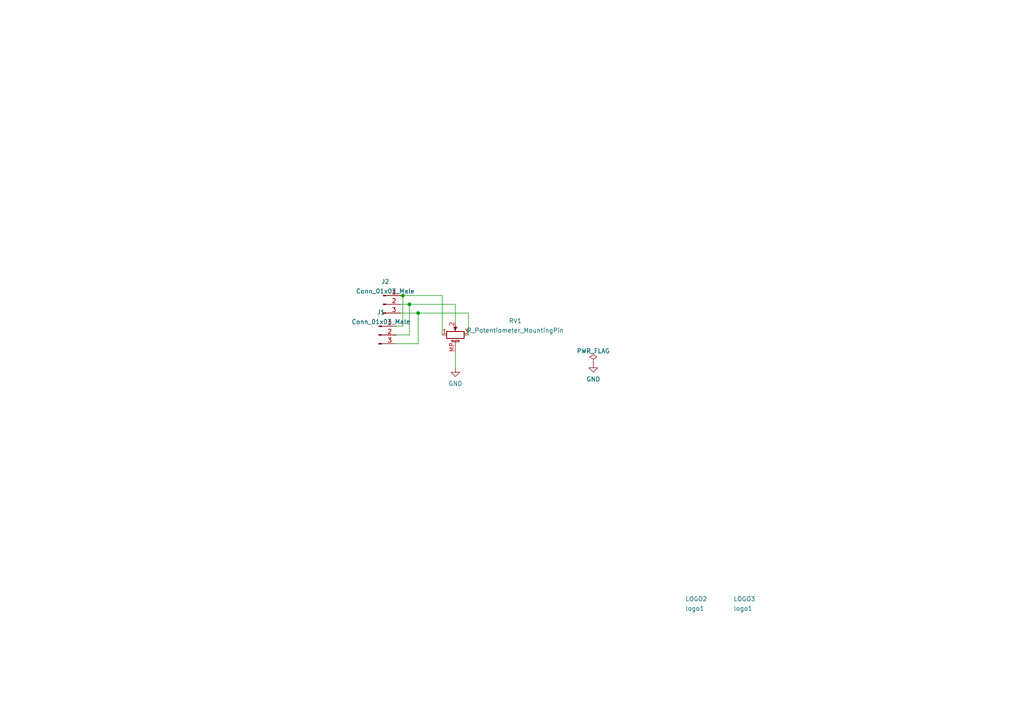
<source format=kicad_sch>
(kicad_sch (version 20211123) (generator eeschema)
  (paper "A4")
  (title_block (title "Alpha Pot BOB") (date "2022-02-03") (rev "v1") (company "Robot Dialogs"))
  (lib_symbols
    (symbol "Connector:Conn_01x03_Male" (pin_names (offset 1.016) hide)
      (property "Reference" "J" (at 0 5.08 0))
      (property "Value" "Conn_01x03_Male" (at 0 -5.08 0))
      (symbol "Conn_01x03_Male_1_1"
        (polyline (pts (xy 1.27 -2.54) (xy 0.8636 -2.54)) (stroke (width 0.1524)))
        (polyline (pts (xy 1.27 0) (xy 0.8636 0)) (stroke (width 0.1524)))
        (polyline (pts (xy 1.27 2.54) (xy 0.8636 2.54)) (stroke (width 0.1524)))
        (rectangle (start 0.8636 -2.413) (end 0 -2.667) (stroke (width 0.1524)) (fill (type outline)))
        (rectangle (start 0.8636 0.127) (end 0 -0.127) (stroke (width 0.1524)) (fill (type outline)))
        (rectangle (start 0.8636 2.667) (end 0 2.413) (stroke (width 0.1524)) (fill (type outline)))
        (pin passive line (at 5.08 2.54 180) (length 3.81) (name "Pin_1") (number "1"))
        (pin passive line (at 5.08 0 180) (length 3.81) (name "Pin_2") (number "2"))
        (pin passive line (at 5.08 -2.54 180) (length 3.81) (name "Pin_3") (number "3"))
      )
    )
    (symbol "Device:R_Potentiometer_MountingPin" (pin_names (offset 1.016) hide)
      (property "Reference" "RV" (at -8.255 0 90))
      (property "Value" "R_Potentiometer_MountingPin" (at -6.35 0 90))
      (symbol "R_Potentiometer_MountingPin_0_1"
        (polyline (pts (xy 2.54 0) (xy 1.524 0)))
        (polyline (pts (xy 1.143 0) (xy 2.286 0.508) (xy 2.286 -0.508)) (fill (type outline)))
        (rectangle (start 1.016 2.54) (end -1.016 -2.54) (stroke (width 0.254)))
      )
      (symbol "R_Potentiometer_MountingPin_1_1"
        (polyline (pts (xy -2.032 1.016) (xy -2.032 -1.016)) (stroke (width 0.1524)))
        (text "Mounting" (at -1.651 0 900) (effects (font (size 0.381 0.381))))
        (pin passive line (at 0 3.81 270) (length 1.27) (name "1") (number "1"))
        (pin passive line (at 3.81 0 180) (length 1.27) (name "2") (number "2"))
        (pin passive line (at 0 -3.81 90) (length 1.27) (name "3") (number "3"))
        (pin passive line (at -5.08 0 0) (length 3.048) (name "MountPin") (number "MP"))
      )
    )
    (symbol "My Stuff:logo1" (pin_names (offset 1.016))
      (property "Reference" "LOGO" (at 0 -1.27 0))
      (property "Value" "logo1" (at 0 1.27 0))
    )
    (symbol "power:GND" (power) (pin_names (offset 0))
      (property "Value" "GND" (at 0 -3.81 0))
      (symbol "GND_0_1"
        (polyline (pts (xy 0 0) (xy 0 -1.27) (xy 1.27 -1.27) (xy 0 -2.54) (xy -1.27 -1.27) (xy 0 -1.27)))
      )
      (symbol "GND_1_1"
        (pin power_in line (at 0 0 270) (length 0) hide (name "GND") (number "1"))
      )
    )
    (symbol "power:PWR_FLAG" (power) (pin_numbers hide) (pin_names (offset 0) hide)
      (property "Value" "PWR_FLAG" (at 0 3.81 0))
      (symbol "PWR_FLAG_0_0"
        (pin power_out line (at 0 0 90) (length 0) (name "pwr") (number "1"))
      )
      (symbol "PWR_FLAG_0_1"
        (polyline (pts (xy 0 0) (xy 0 1.27) (xy -1.016 1.905) (xy 0 2.54) (xy 1.016 1.905) (xy 0 1.27)))
      )
    )
  )
  (junction (at 121.285 90.805))
  (junction (at 118.745 88.265))
  (junction (at 116.84 85.725))
  (wire (pts (xy 118.745 88.265) (xy 116.205 88.265)))
  (wire (pts (xy 116.205 90.805) (xy 121.285 90.805)))
  (wire (pts (xy 121.285 99.695) (xy 121.285 90.805)))
  (wire (pts (xy 116.84 85.725) (xy 128.27 85.725)))
  (wire (pts (xy 114.935 97.155) (xy 118.745 97.155)))
  (wire (pts (xy 128.27 85.725) (xy 128.27 97.155)))
  (wire (pts (xy 135.89 90.805) (xy 135.89 97.155)))
  (wire (pts (xy 132.08 93.345) (xy 132.08 88.265)))
  (wire (pts (xy 114.935 94.615) (xy 116.84 94.615)))
  (wire (pts (xy 121.285 90.805) (xy 135.89 90.805)))
  (wire (pts (xy 132.08 88.265) (xy 118.745 88.265)))
  (wire (pts (xy 132.08 102.235) (xy 132.08 106.68)))
  (wire (pts (xy 116.205 85.725) (xy 116.84 85.725)))
  (wire (pts (xy 116.84 94.615) (xy 116.84 85.725)))
  (wire (pts (xy 118.745 97.155) (xy 118.745 88.265)))
  (wire (pts (xy 114.935 99.695) (xy 121.285 99.695)))
  (symbol (lib_id "power:PWR_FLAG") (at 172.085 105.41 0) (unit 1)
    (property "Reference" "#FLG0101" (effects hide))
    (property "Value" "PWR_FLAG" (at 172.085 101.8055 0))
  )
  (symbol (lib_id "Connector:Conn_01x03_Male") (at 109.855 97.155 0) (unit 1)
    (property "Reference" "J1" (at 110.49 90.5723 0))
    (property "Value" "Conn_01x03_Male" (at 110.49 93.3474 0))
    (property "Footprint" "Connector_PinHeader_2.54mm:PinHeader_1x03_P2.54mm_Vertical" (effects hide))
  )
  (symbol (lib_id "power:GND") (at 172.085 105.41 0) (unit 1)
    (property "Reference" "#PWR0102" (effects hide))
    (property "Value" "GND" (at 172.085 109.9725 0))
  )
  (symbol (lib_id "My Stuff:logo1") (at 198.12 174.625 0) (unit 1)
    (property "Reference" "LOGO2" (at 198.755 173.7165 0) (effects (justify left)))
    (property "Value" "logo1" (at 198.755 176.4916 0) (effects (justify left)))
    (property "Footprint" "My Stuff:Logo1" (effects hide))
  )
  (symbol (lib_id "power:GND") (at 132.08 106.68 0) (unit 1)
    (property "Reference" "#PWR0101" (effects hide))
    (property "Value" "GND" (at 132.08 111.2425 0))
  )
  (symbol (lib_id "My Stuff:logo1") (at 212.09 174.625 0) (unit 1)
    (property "Reference" "LOGO3" (at 212.725 173.7165 0) (effects (justify left)))
    (property "Value" "logo1" (at 212.725 176.4916 0) (effects (justify left)))
    (property "Footprint" "My Stuff:Logo2" (effects hide))
  )
  (symbol (lib_id "Connector:Conn_01x03_Male") (at 111.125 88.265 0) (unit 1)
    (property "Reference" "J2" (at 111.76 81.6823 0))
    (property "Value" "Conn_01x03_Male" (at 111.76 84.4574 0))
    (property "Footprint" "Connector_PinHeader_2.54mm:PinHeader_1x03_P2.54mm_Vertical" (effects hide))
  )
  (symbol (lib_id "Device:R_Potentiometer_MountingPin") (at 132.08 97.155 90) (unit 1)
    (property "Reference" "RV1" (at 149.4616 93.0615 90))
    (property "Value" "R_Potentiometer_MountingPin" (at 149.4616 95.8366 90))
    (property "Footprint" "My Stuff:Potentiometer_Alpha_RD901F-40-00D_Single_Vertical_w_3d" (effects hide))
  )
)
</source>
